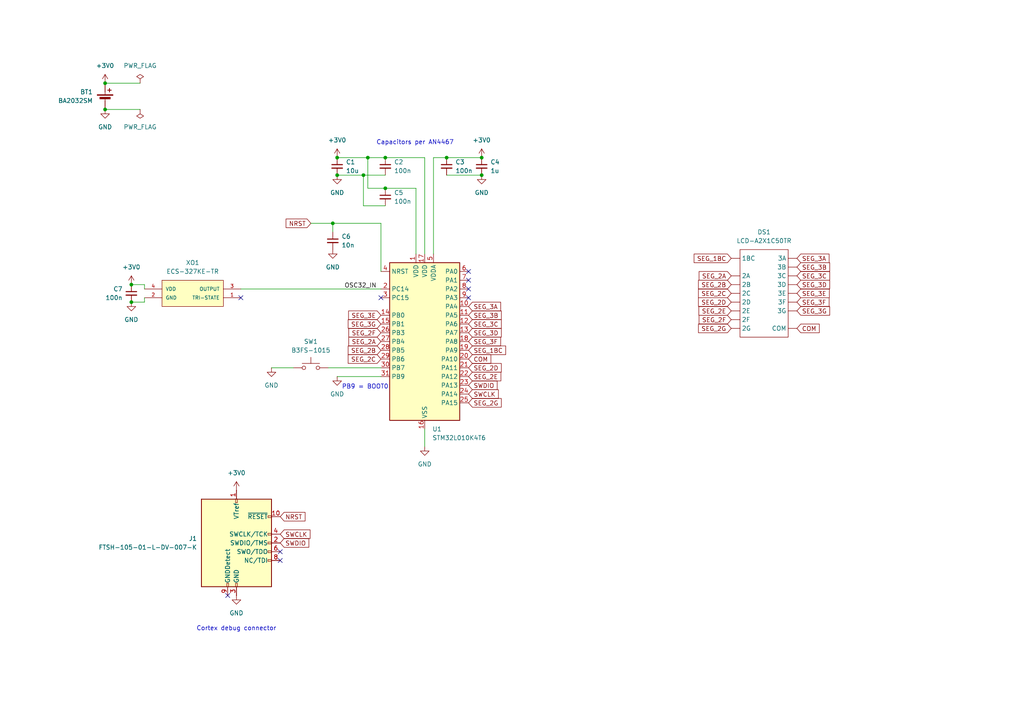
<source format=kicad_sch>
(kicad_sch (version 20231120) (generator "eeschema") (generator_version "8.0")
  (paper "A4")
  (title_block (title "Mini counter") (rev "A") (company "Max Marrone"))
  (lib_symbols
    (symbol "Connector:Conn_ARM_JTAG_SWD_10" (pin_names (offset 1.016))
      (property "Reference" "J1" (at -11.43 1.2701 0))
      (property "Value" "FTSH-105-01-L-DV-007-K" (at -11.43 -1.2699 0))
      (symbol "Conn_ARM_JTAG_SWD_10_0_1"
        (rectangle (start -10.16 12.7) (end 10.16 -12.7) (stroke (width 0.254)) (fill (type background)))
        (rectangle (start -2.794 -12.7) (end -2.286 -11.684))
        (rectangle (start -0.254 -12.7) (end 0.254 -11.684))
        (rectangle (start -0.254 12.7) (end 0.254 11.684))
        (rectangle (start 9.144 2.286) (end 10.16 2.794))
        (rectangle (start 10.16 -2.794) (end 9.144 -2.286))
        (rectangle (start 10.16 -0.254) (end 9.144 0.254))
        (rectangle (start 10.16 7.874) (end 9.144 7.366))
      )
      (symbol "Conn_ARM_JTAG_SWD_10_1_1"
        (rectangle (start 9.144 -5.334) (end 10.16 -4.826))
        (pin power_in line (at 0 15.24 270) (length 2.54) (name "VTref") (number "1"))
        (pin open_collector line (at 12.7 7.62 180) (length 2.54) (name "~{RESET}") (number "10"))
        (pin bidirectional line (at 12.7 0 180) (length 2.54) (name "SWDIO/TMS") (number "2"))
        (pin power_in line (at 0 -15.24 90) (length 2.54) (name "GND") (number "3"))
        (pin output line (at 12.7 2.54 180) (length 2.54) (name "SWCLK/TCK") (number "4"))
        (pin passive line (at 0 -15.24 90) (length 2.54) hide (name "GND") (number "5"))
        (pin input line (at 12.7 -2.54 180) (length 2.54) (name "SWO/TDO") (number "6"))
        (pin output line (at 12.7 -5.08 180) (length 2.54) (name "NC/TDI") (number "8"))
        (pin passive line (at -2.54 -15.24 90) (length 2.54) (name "GNDDetect") (number "9"))
      )
    )
    (symbol "Device:Battery_Cell" (pin_numbers hide) (pin_names (offset 0) hide)
      (property "Reference" "BT" (at 2.54 2.54 0))
      (property "Value" "Battery_Cell" (at 2.54 0 0))
      (symbol "Battery_Cell_0_1"
        (rectangle (start -2.286 1.778) (end 2.286 1.524) (fill (type outline)))
        (rectangle (start -1.524 1.016) (end 1.524 0.508) (fill (type outline)))
        (polyline (pts (xy 0 0.762) (xy 0 0)))
        (polyline (pts (xy 0 1.778) (xy 0 2.54)))
        (polyline (pts (xy 0.762 3.048) (xy 1.778 3.048)) (stroke (width 0.254)))
        (polyline (pts (xy 1.27 3.556) (xy 1.27 2.54)) (stroke (width 0.254)))
      )
      (symbol "Battery_Cell_1_1"
        (pin passive line (at 0 5.08 270) (length 2.54) (name "+") (number "1"))
        (pin passive line (at 0 -2.54 90) (length 2.54) (name "-") (number "2"))
      )
    )
    (symbol "Device:C_Small" (pin_numbers hide) (pin_names (offset 0.254) hide)
      (property "Reference" "C" (at 0.254 1.778 0))
      (property "Value" "C_Small" (at 0.254 -2.032 0))
      (symbol "C_Small_0_1"
        (polyline (pts (xy -1.524 -0.508) (xy 1.524 -0.508)) (stroke (width 0.3302)))
        (polyline (pts (xy -1.524 0.508) (xy 1.524 0.508)) (stroke (width 0.3048)))
      )
      (symbol "C_Small_1_1"
        (pin passive line (at 0 2.54 270) (length 2.032) (name "~") (number "1"))
        (pin passive line (at 0 -2.54 90) (length 2.032) (name "~") (number "2"))
      )
    )
    (symbol "ECS-327KE-TR:ECS-327KE-TR" (pin_names (offset 1.016))
      (property "Reference" "XO" (at -15.257 4.4542 0))
      (property "Value" "ECS-327KE-TR" (at -15.24 -6.604 0))
      (symbol "ECS-327KE-TR_0_0"
        (rectangle (start -8.89 3.81) (end 8.89 -3.81) (stroke (width 0.1524)) (fill (type background)))
        (pin input line (at 13.97 -1.27 180) (length 5.08) (name "TRI-STATE") (number "1"))
        (pin power_in line (at -13.97 -1.27 0) (length 5.08) (name "GND") (number "2"))
        (pin output line (at 13.97 1.27 180) (length 5.08) (name "OUTPUT") (number "3"))
        (pin input line (at -13.97 1.27 0) (length 5.08) (name "VDD") (number "4"))
      )
    )
    (symbol "MCU_ST_STM32L0:STM32L010K4Tx"
      (property "Reference" "U" (at -10.16 24.13 0))
      (property "Value" "STM32L010K4Tx" (at 5.08 24.13 0))
      (symbol "STM32L010K4Tx_0_1"
        (rectangle (start -10.16 -22.86) (end 10.16 22.86) (stroke (width 0.254)) (fill (type background)))
      )
      (symbol "STM32L010K4Tx_1_1"
        (pin power_in line (at -2.54 25.4 270) (length 2.54) (name "VDD") (number "1"))
        (pin bidirectional line (at 12.7 10.16 180) (length 2.54) (name "PA4") (number "10"))
        (pin bidirectional line (at 12.7 7.62 180) (length 2.54) (name "PA5") (number "11"))
        (pin bidirectional line (at 12.7 5.08 180) (length 2.54) (name "PA6") (number "12"))
        (pin bidirectional line (at 12.7 2.54 180) (length 2.54) (name "PA7") (number "13"))
        (pin bidirectional line (at -12.7 7.62 0) (length 2.54) (name "PB0") (number "14"))
        (pin bidirectional line (at -12.7 5.08 0) (length 2.54) (name "PB1") (number "15"))
        (pin power_in line (at 0 -25.4 90) (length 2.54) (name "VSS") (number "16"))
        (pin power_in line (at 0 25.4 270) (length 2.54) (name "VDD") (number "17"))
        (pin bidirectional line (at 12.7 0 180) (length 2.54) (name "PA8") (number "18"))
        (pin bidirectional line (at 12.7 -2.54 180) (length 2.54) (name "PA9") (number "19"))
        (pin bidirectional line (at -12.7 15.24 0) (length 2.54) (name "PC14") (number "2"))
        (pin bidirectional line (at 12.7 -5.08 180) (length 2.54) (name "PA10") (number "20"))
        (pin bidirectional line (at 12.7 -7.62 180) (length 2.54) (name "PA11") (number "21"))
        (pin bidirectional line (at 12.7 -10.16 180) (length 2.54) (name "PA12") (number "22"))
        (pin bidirectional line (at 12.7 -12.7 180) (length 2.54) (name "PA13") (number "23"))
        (pin bidirectional line (at 12.7 -15.24 180) (length 2.54) (name "PA14") (number "24"))
        (pin bidirectional line (at 12.7 -17.78 180) (length 2.54) (name "PA15") (number "25"))
        (pin bidirectional line (at -12.7 2.54 0) (length 2.54) (name "PB3") (number "26"))
        (pin bidirectional line (at -12.7 0 0) (length 2.54) (name "PB4") (number "27"))
        (pin bidirectional line (at -12.7 -2.54 0) (length 2.54) (name "PB5") (number "28"))
        (pin bidirectional line (at -12.7 -5.08 0) (length 2.54) (name "PB6") (number "29"))
        (pin bidirectional line (at -12.7 12.7 0) (length 2.54) (name "PC15") (number "3"))
        (pin bidirectional line (at -12.7 -7.62 0) (length 2.54) (name "PB7") (number "30"))
        (pin bidirectional line (at -12.7 -10.16 0) (length 2.54) (name "PB9") (number "31"))
        (pin passive line (at 0 -25.4 90) (length 2.54) hide (name "VSS") (number "32"))
        (pin input line (at -12.7 20.32 0) (length 2.54) (name "NRST") (number "4"))
        (pin power_in line (at 2.54 25.4 270) (length 2.54) (name "VDDA") (number "5"))
        (pin bidirectional line (at 12.7 20.32 180) (length 2.54) (name "PA0") (number "6"))
        (pin bidirectional line (at 12.7 17.78 180) (length 2.54) (name "PA1") (number "7"))
        (pin bidirectional line (at 12.7 15.24 180) (length 2.54) (name "PA2") (number "8"))
        (pin bidirectional line (at 12.7 12.7 180) (length 2.54) (name "PA3") (number "9"))
      )
    )
    (symbol "Switch:SW_Omron_B3FS" (pin_numbers hide) (pin_names (offset 1.016) hide)
      (property "Reference" "SW" (at 1.27 2.54 0))
      (property "Value" "SW_Omron_B3FS" (at 0 -1.524 0))
      (symbol "SW_Omron_B3FS_0_1"
        (circle (center -2.032 0) (radius 0.508))
        (polyline (pts (xy 0 1.27) (xy 0 3.048)))
        (polyline (pts (xy 2.54 1.27) (xy -2.54 1.27)))
        (circle (center 2.032 0) (radius 0.508))
        (pin passive line (at -5.08 0 0) (length 2.54) (name "1") (number "1"))
        (pin passive line (at 5.08 0 180) (length 2.54) (name "2") (number "2"))
      )
    )
    (symbol "VI-201-DP-RC-S:LCD-A2X1C50TR" (pin_numbers hide)
      (property "Reference" "DS" (at 19.558 15.24 0))
      (property "Value" "LCD-A2X1C50TR" (at 19.558 12.192 0))
      (symbol "LCD-A2X1C50TR_0_1"
        (rectangle (start 12.7 10.16) (end 26.67 -15.24))
      )
      (symbol "LCD-A2X1C50TR_1_1"
        (pin input line (at 10.16 7.62 0) (length 2.54) (name "1BC") (number "1"))
        (pin input line (at 10.16 0 0) (length 2.54) (name "2B") (number "10"))
        (pin input line (at 10.16 2.54 0) (length 2.54) (name "2A") (number "11"))
        (pin input line (at 10.16 -10.16 0) (length 2.54) (name "2F") (number "12"))
        (pin input line (at 10.16 -12.7 0) (length 2.54) (name "2G") (number "13"))
        (pin input line (at 10.16 -7.62 0) (length 2.54) (name "2E") (number "14"))
        (pin input line (at 10.16 -5.08 0) (length 2.54) (name "2D") (number "15"))
        (pin input line (at 29.21 -12.7 180) (length 2.54) (name "COM") (number "16"))
        (pin input line (at 29.21 -5.08 180) (length 2.54) (name "3F") (number "2"))
        (pin input line (at 29.21 -7.62 180) (length 2.54) (name "3G") (number "3"))
        (pin input line (at 29.21 -2.54 180) (length 2.54) (name "3E") (number "4"))
        (pin input line (at 29.21 0 180) (length 2.54) (name "3D") (number "5"))
        (pin input line (at 29.21 2.54 180) (length 2.54) (name "3C") (number "6"))
        (pin input line (at 29.21 5.08 180) (length 2.54) (name "3B") (number "7"))
        (pin input line (at 29.21 7.62 180) (length 2.54) (name "3A") (number "8"))
        (pin input line (at 10.16 -2.54 0) (length 2.54) (name "2C") (number "9"))
      )
    )
    (symbol "power:+3V0" (power) (pin_numbers hide) (pin_names (offset 0) hide)
      (property "Value" "+3V0" (at 0 3.556 0))
      (symbol "+3V0_0_1"
        (polyline (pts (xy -0.762 1.27) (xy 0 2.54)))
        (polyline (pts (xy 0 0) (xy 0 2.54)))
        (polyline (pts (xy 0 2.54) (xy 0.762 1.27)))
      )
      (symbol "+3V0_1_1"
        (pin power_in line (at 0 0 90) (length 0) (name "~") (number "1"))
      )
    )
    (symbol "power:GND" (power) (pin_numbers hide) (pin_names (offset 0) hide)
      (property "Value" "GND" (at 0 -3.81 0))
      (symbol "GND_0_1"
        (polyline (pts (xy 0 0) (xy 0 -1.27) (xy 1.27 -1.27) (xy 0 -2.54) (xy -1.27 -1.27) (xy 0 -1.27)))
      )
      (symbol "GND_1_1"
        (pin power_in line (at 0 0 270) (length 0) (name "~") (number "1"))
      )
    )
    (symbol "power:PWR_FLAG" (power) (pin_numbers hide) (pin_names (offset 0) hide)
      (property "Value" "PWR_FLAG" (at 0 3.81 0))
      (symbol "PWR_FLAG_0_0"
        (pin power_out line (at 0 0 90) (length 0) (name "~") (number "1"))
      )
      (symbol "PWR_FLAG_0_1"
        (polyline (pts (xy 0 0) (xy 0 1.27) (xy -1.016 1.905) (xy 0 2.54) (xy 1.016 1.905) (xy 0 1.27)))
      )
    )
  )
  (junction (at 97.79 50.8))
  (junction (at 38.1 87.63))
  (junction (at 139.7 50.8))
  (junction (at 96.52 64.77))
  (junction (at 105.41 50.8))
  (junction (at 30.48 31.75))
  (junction (at 111.76 54.61))
  (junction (at 139.7 45.72))
  (junction (at 97.79 45.72))
  (junction (at 106.68 45.72))
  (junction (at 38.1 82.55))
  (junction (at 30.48 24.13))
  (junction (at 129.54 45.72))
  (junction (at 111.76 45.72))
  (no_connect (at 81.28 162.56))
  (no_connect (at 135.89 83.82))
  (no_connect (at 110.49 86.36))
  (no_connect (at 81.28 160.02))
  (no_connect (at 135.89 81.28))
  (no_connect (at 135.89 78.74))
  (no_connect (at 66.04 172.72))
  (no_connect (at 69.85 86.36))
  (no_connect (at 135.89 86.36))
  (wire (pts (xy 110.49 64.77) (xy 110.49 78.74)))
  (wire (pts (xy 129.54 50.8) (xy 139.7 50.8)))
  (wire (pts (xy 120.65 54.61) (xy 120.65 73.66)))
  (wire (pts (xy 69.85 83.82) (xy 110.49 83.82)))
  (wire (pts (xy 110.49 106.68) (xy 95.25 106.68)))
  (wire (pts (xy 129.54 45.72) (xy 139.7 45.72)))
  (wire (pts (xy 106.68 54.61) (xy 106.68 45.72)))
  (wire (pts (xy 123.19 45.72) (xy 123.19 73.66)))
  (wire (pts (xy 97.79 45.72) (xy 106.68 45.72)))
  (wire (pts (xy 111.76 45.72) (xy 123.19 45.72)))
  (wire (pts (xy 125.73 45.72) (xy 129.54 45.72)))
  (wire (pts (xy 41.91 87.63) (xy 41.91 86.36)))
  (wire (pts (xy 105.41 59.69) (xy 105.41 50.8)))
  (wire (pts (xy 125.73 45.72) (xy 125.73 73.66)))
  (wire (pts (xy 111.76 59.69) (xy 105.41 59.69)))
  (wire (pts (xy 38.1 82.55) (xy 41.91 82.55)))
  (wire (pts (xy 123.19 124.46) (xy 123.19 129.54)))
  (wire (pts (xy 90.17 64.77) (xy 96.52 64.77)))
  (wire (pts (xy 111.76 54.61) (xy 106.68 54.61)))
  (wire (pts (xy 111.76 54.61) (xy 120.65 54.61)))
  (wire (pts (xy 97.79 50.8) (xy 105.41 50.8)))
  (wire (pts (xy 30.48 31.75) (xy 40.64 31.75)))
  (wire (pts (xy 105.41 50.8) (xy 111.76 50.8)))
  (wire (pts (xy 97.79 109.22) (xy 110.49 109.22)))
  (wire (pts (xy 41.91 82.55) (xy 41.91 83.82)))
  (wire (pts (xy 30.48 24.13) (xy 40.64 24.13)))
  (wire (pts (xy 85.09 106.68) (xy 78.74 106.68)))
  (wire (pts (xy 96.52 64.77) (xy 110.49 64.77)))
  (wire (pts (xy 96.52 67.31) (xy 96.52 64.77)))
  (wire (pts (xy 38.1 87.63) (xy 41.91 87.63)))
  (wire (pts (xy 106.68 45.72) (xy 111.76 45.72)))
  (text "PB9 = BOOT0" (at 105.918 112.268 0) (effects (font (size 1.27 1.27))))
  (text "Capacitors per AN4467" (at 120.396 41.402 0) (effects (font (size 1.27 1.27))))
  (text "Cortex debug connector" (at 68.58 182.372 0) (effects (font (size 1.27 1.27))))
  (label "OSC32_IN" (at 109.22 83.82 180))
  (global_label "SEG_2A" (shape input) (at 110.49 99.06 180) (property "Intersheetrefs" "${INTERSHEET_REFS}" (effects (hide yes))))
  (global_label "NRST" (shape input) (at 90.17 64.77 180) (property "Intersheetrefs" "${INTERSHEET_REFS}" (effects (hide yes))))
  (global_label "SEG_2B" (shape input) (at 212.09 82.55 180) (property "Intersheetrefs" "${INTERSHEET_REFS}" (effects (hide yes))))
  (global_label "SEG_2F" (shape input) (at 110.49 96.52 180) (property "Intersheetrefs" "${INTERSHEET_REFS}" (effects (hide yes))))
  (global_label "SEG_3G" (shape input) (at 231.14 90.17 0) (property "Intersheetrefs" "${INTERSHEET_REFS}" (effects (hide yes))))
  (global_label "SEG_3C" (shape input) (at 231.14 80.01 0) (property "Intersheetrefs" "${INTERSHEET_REFS}" (effects (hide yes))))
  (global_label "SEG_2E" (shape input) (at 212.09 90.17 180) (property "Intersheetrefs" "${INTERSHEET_REFS}" (effects (hide yes))))
  (global_label "SWDIO" (shape input) (at 81.28 157.48 0) (property "Intersheetrefs" "${INTERSHEET_REFS}" (effects (hide yes))))
  (global_label "SEG_3D" (shape input) (at 135.89 96.52 0) (property "Intersheetrefs" "${INTERSHEET_REFS}" (effects (hide yes))))
  (global_label "SWDIO" (shape input) (at 135.89 111.76 0) (property "Intersheetrefs" "${INTERSHEET_REFS}" (effects (hide yes))))
  (global_label "SEG_3F" (shape input) (at 231.14 87.63 0) (property "Intersheetrefs" "${INTERSHEET_REFS}" (effects (hide yes))))
  (global_label "SEG_2D" (shape input) (at 135.89 106.68 0) (property "Intersheetrefs" "${INTERSHEET_REFS}" (effects (hide yes))))
  (global_label "SEG_2C" (shape input) (at 212.09 85.09 180) (property "Intersheetrefs" "${INTERSHEET_REFS}" (effects (hide yes))))
  (global_label "SEG_1BC" (shape input) (at 135.89 101.6 0) (property "Intersheetrefs" "${INTERSHEET_REFS}" (effects (hide yes))))
  (global_label "SEG_2A" (shape input) (at 212.09 80.01 180) (property "Intersheetrefs" "${INTERSHEET_REFS}" (effects (hide yes))))
  (global_label "SWCLK" (shape input) (at 135.89 114.3 0) (property "Intersheetrefs" "${INTERSHEET_REFS}" (effects (hide yes))))
  (global_label "SEG_2E" (shape input) (at 135.89 109.22 0) (property "Intersheetrefs" "${INTERSHEET_REFS}" (effects (hide yes))))
  (global_label "SEG_2C" (shape input) (at 110.49 104.14 180) (property "Intersheetrefs" "${INTERSHEET_REFS}" (effects (hide yes))))
  (global_label "SEG_3D" (shape input) (at 231.14 82.55 0) (property "Intersheetrefs" "${INTERSHEET_REFS}" (effects (hide yes))))
  (global_label "SEG_3F" (shape input) (at 135.89 99.06 0) (property "Intersheetrefs" "${INTERSHEET_REFS}" (effects (hide yes))))
  (global_label "SEG_2G" (shape input) (at 212.09 95.25 180) (property "Intersheetrefs" "${INTERSHEET_REFS}" (effects (hide yes))))
  (global_label "SEG_2G" (shape input) (at 135.89 116.84 0) (property "Intersheetrefs" "${INTERSHEET_REFS}" (effects (hide yes))))
  (global_label "COM" (shape input) (at 231.14 95.25 0) (property "Intersheetrefs" "${INTERSHEET_REFS}" (effects (hide yes))))
  (global_label "SEG_3E" (shape input) (at 231.14 85.09 0) (property "Intersheetrefs" "${INTERSHEET_REFS}" (effects (hide yes))))
  (global_label "SEG_3B" (shape input) (at 135.89 91.44 0) (property "Intersheetrefs" "${INTERSHEET_REFS}" (effects (hide yes))))
  (global_label "SEG_3G" (shape input) (at 110.49 93.98 180) (property "Intersheetrefs" "${INTERSHEET_REFS}" (effects (hide yes))))
  (global_label "SEG_2D" (shape input) (at 212.09 87.63 180) (property "Intersheetrefs" "${INTERSHEET_REFS}" (effects (hide yes))))
  (global_label "COM" (shape input) (at 135.89 104.14 0) (property "Intersheetrefs" "${INTERSHEET_REFS}" (effects (hide yes))))
  (global_label "SEG_2B" (shape input) (at 110.49 101.6 180) (property "Intersheetrefs" "${INTERSHEET_REFS}" (effects (hide yes))))
  (global_label "SEG_3C" (shape input) (at 135.89 93.98 0) (property "Intersheetrefs" "${INTERSHEET_REFS}" (effects (hide yes))))
  (global_label "SWCLK" (shape input) (at 81.28 154.94 0) (property "Intersheetrefs" "${INTERSHEET_REFS}" (effects (hide yes))))
  (global_label "SEG_3A" (shape input) (at 135.89 88.9 0) (property "Intersheetrefs" "${INTERSHEET_REFS}" (effects (hide yes))))
  (global_label "SEG_3A" (shape input) (at 231.14 74.93 0) (property "Intersheetrefs" "${INTERSHEET_REFS}" (effects (hide yes))))
  (global_label "SEG_1BC" (shape input) (at 212.09 74.93 180) (property "Intersheetrefs" "${INTERSHEET_REFS}" (effects (hide yes))))
  (global_label "SEG_2F" (shape input) (at 212.09 92.71 180) (property "Intersheetrefs" "${INTERSHEET_REFS}" (effects (hide yes))))
  (global_label "SEG_3B" (shape input) (at 231.14 77.47 0) (property "Intersheetrefs" "${INTERSHEET_REFS}" (effects (hide yes))))
  (global_label "NRST" (shape input) (at 81.28 149.86 0) (property "Intersheetrefs" "${INTERSHEET_REFS}" (effects (hide yes))))
  (global_label "SEG_3E" (shape input) (at 110.49 91.44 180) (property "Intersheetrefs" "${INTERSHEET_REFS}" (effects (hide yes))))
  (symbol (lib_id "power:GND") (at 68.58 172.72 0) (unit 1)
    (property "Reference" "#PWR014" (effects (hide yes)))
    (property "Value" "GND" (at 68.58 177.8 0))
    (property "Description" "Power symbol creates a global label with name \"GND\" , ground" (effects (hide yes)))
  )
  (symbol (lib_id "MCU_ST_STM32L0:STM32L010K4Tx") (at 123.19 99.06 0) (unit 1)
    (property "Reference" "U1" (at 125.3841 124.46 0) (effects (justify left)))
    (property "Value" "STM32L010K4T6" (at 125.3841 127 0) (effects (justify left)))
    (property "Footprint" "Package_QFP:LQFP-32_7x7mm_P0.8mm" (effects (hide yes)))
    (property "Datasheet" "https://www.st.com/resource/en/datasheet/stm32l010k4.pdf" (effects (hide yes)))
    (property "Description" "STMicroelectronics Arm Cortex-M0+ MCU, 16KB flash, 2KB RAM, 32 MHz, 1.8-3.6V, 26 GPIO, LQFP32" (effects (hide yes)))
    (property "MPN" "STM32L010K4T6" (effects (hide yes)))
  )
  (symbol (lib_id "Device:Battery_Cell") (at 30.48 29.21 0) (unit 1)
    (property "Reference" "BT1" (at 26.924 26.67 0) (effects (justify right)))
    (property "Value" "BA2032SM" (at 26.924 29.21 0) (effects (justify right)))
    (property "Footprint" "BU2032-1-G:BA2032SM" (effects (hide yes)))
    (property "Description" "Single-cell battery" (effects (hide yes)))
    (property "MPN" "BA2032SM" (effects (hide yes)))
  )
  (symbol (lib_id "VI-201-DP-RC-S:LCD-A2X1C50TR") (at 201.93 82.55 0) (unit 1)
    (property "Reference" "DS1" (at 221.615 67.31 0))
    (property "Value" "LCD-A2X1C50TR" (at 221.615 69.85 0))
    (property "Footprint" "VI-201-DP-RC-S:LCD-A2X1C50TR" (effects (hide yes)))
    (property "MPN" "LCD-A2X1C50TR" (effects (hide yes)))
  )
  (symbol (lib_id "Device:C_Small") (at 97.79 48.26 0) (unit 1)
    (property "Reference" "C1" (at 100.33 46.9962 0) (effects (justify left)))
    (property "Value" "10u" (at 100.33 49.5362 0) (effects (justify left)))
    (property "Footprint" "Capacitor_SMD:C_0805_2012Metric_Pad1.18x1.45mm_HandSolder" (effects (hide yes)))
    (property "Description" "Unpolarized capacitor, small symbol" (effects (hide yes)))
    (property "MPN" "C0805C106K8PAC7800" (effects (hide yes)))
  )
  (symbol (lib_id "power:PWR_FLAG") (at 40.64 24.13 0) (unit 1)
    (property "Reference" "#FLG01" (effects (hide yes)))
    (property "Value" "PWR_FLAG" (at 40.64 19.05 0))
    (property "Description" "Special symbol for telling ERC where power comes from" (effects (hide yes)))
  )
  (symbol (lib_id "Device:C_Small") (at 111.76 57.15 0) (unit 1)
    (property "Reference" "C5" (at 114.3 55.8862 0) (effects (justify left)))
    (property "Value" "100n" (at 114.3 58.4262 0) (effects (justify left)))
    (property "Footprint" "Capacitor_SMD:C_0805_2012Metric_Pad1.18x1.45mm_HandSolder" (effects (hide yes)))
    (property "Description" "Unpolarized capacitor, small symbol" (effects (hide yes)))
    (property "MPN" "C0805C104K5RAC7210" (effects (hide yes)))
  )
  (symbol (lib_id "power:GND") (at 96.52 72.39 0) (unit 1)
    (property "Reference" "#PWR07" (effects (hide yes)))
    (property "Value" "GND" (at 96.52 77.47 0))
    (property "Description" "Power symbol creates a global label with name \"GND\" , ground" (effects (hide yes)))
  )
  (symbol (lib_id "Device:C_Small") (at 38.1 85.09 0) (unit 1)
    (property "Reference" "C7" (at 35.56 83.8262 0) (effects (justify right)))
    (property "Value" "100n" (at 35.56 86.3662 0) (effects (justify right)))
    (property "Footprint" "Capacitor_SMD:C_0805_2012Metric_Pad1.18x1.45mm_HandSolder" (effects (hide yes)))
    (property "Description" "Unpolarized capacitor, small symbol" (effects (hide yes)))
    (property "MPN" "C0805C104K5RAC7210" (effects (hide yes)))
  )
  (symbol (lib_id "power:GND") (at 97.79 109.22 0) (unit 1)
    (property "Reference" "#PWR011" (effects (hide yes)))
    (property "Value" "GND" (at 97.79 114.3 0))
    (property "Description" "Power symbol creates a global label with name \"GND\" , ground" (effects (hide yes)))
  )
  (symbol (lib_id "Device:C_Small") (at 129.54 48.26 0) (unit 1)
    (property "Reference" "C3" (at 132.08 46.9962 0) (effects (justify left)))
    (property "Value" "100n" (at 132.08 49.5362 0) (effects (justify left)))
    (property "Footprint" "Capacitor_SMD:C_0805_2012Metric_Pad1.18x1.45mm_HandSolder" (effects (hide yes)))
    (property "Description" "Unpolarized capacitor, small symbol" (effects (hide yes)))
    (property "MPN" "C0805C104K5RAC7210" (effects (hide yes)))
  )
  (symbol (lib_id "Device:C_Small") (at 139.7 48.26 0) (unit 1)
    (property "Reference" "C4" (at 142.24 46.9962 0) (effects (justify left)))
    (property "Value" "1u" (at 142.24 49.5362 0) (effects (justify left)))
    (property "Footprint" "Capacitor_SMD:C_0805_2012Metric_Pad1.18x1.45mm_HandSolder" (effects (hide yes)))
    (property "Description" "Unpolarized capacitor, small symbol" (effects (hide yes)))
    (property "MPN" "C0805C105K4RAC7800" (effects (hide yes)))
  )
  (symbol (lib_id "power:+3V0") (at 30.48 24.13 0) (unit 1)
    (property "Reference" "#PWR01" (effects (hide yes)))
    (property "Value" "+3V0" (at 30.48 19.05 0))
    (property "Description" "Power symbol creates a global label with name \"+3V0\"" (effects (hide yes)))
  )
  (symbol (lib_id "power:+3V0") (at 97.79 45.72 0) (unit 1)
    (property "Reference" "#PWR03" (effects (hide yes)))
    (property "Value" "+3V0" (at 97.79 40.64 0))
    (property "Description" "Power symbol creates a global label with name \"+3V0\"" (effects (hide yes)))
  )
  (symbol (lib_id "power:+3V0") (at 68.58 142.24 0) (unit 1)
    (property "Reference" "#PWR013" (effects (hide yes)))
    (property "Value" "+3V0" (at 68.58 137.16 0))
    (property "Description" "Power symbol creates a global label with name \"+3V0\"" (effects (hide yes)))
  )
  (symbol (lib_id "power:GND") (at 38.1 87.63 0) (unit 1)
    (property "Reference" "#PWR09" (effects (hide yes)))
    (property "Value" "GND" (at 38.1 92.71 0))
    (property "Description" "Power symbol creates a global label with name \"GND\" , ground" (effects (hide yes)))
  )
  (symbol (lib_id "power:+3V0") (at 38.1 82.55 0) (unit 1)
    (property "Reference" "#PWR08" (effects (hide yes)))
    (property "Value" "+3V0" (at 38.1 77.47 0))
    (property "Description" "Power symbol creates a global label with name \"+3V0\"" (effects (hide yes)))
  )
  (symbol (lib_id "power:GND") (at 97.79 50.8 0) (unit 1)
    (property "Reference" "#PWR05" (effects (hide yes)))
    (property "Value" "GND" (at 97.79 55.88 0))
    (property "Description" "Power symbol creates a global label with name \"GND\" , ground" (effects (hide yes)))
  )
  (symbol (lib_id "Device:C_Small") (at 96.52 69.85 0) (unit 1)
    (property "Reference" "C6" (at 99.06 68.5862 0) (effects (justify left)))
    (property "Value" "10n" (at 99.06 71.1262 0) (effects (justify left)))
    (property "Footprint" "Capacitor_SMD:C_0805_2012Metric_Pad1.18x1.45mm_HandSolder" (effects (hide yes)))
    (property "Description" "Unpolarized capacitor, small symbol" (effects (hide yes)))
    (property "MPN" "C0805C103K1RAC7800" (effects (hide yes)))
  )
  (symbol (lib_id "power:+3V0") (at 139.7 45.72 0) (unit 1)
    (property "Reference" "#PWR04" (effects (hide yes)))
    (property "Value" "+3V0" (at 139.7 40.64 0))
    (property "Description" "Power symbol creates a global label with name \"+3V0\"" (effects (hide yes)))
  )
  (symbol (lib_id "power:GND") (at 123.19 129.54 0) (unit 1)
    (property "Reference" "#PWR012" (effects (hide yes)))
    (property "Value" "GND" (at 123.19 134.62 0))
    (property "Description" "Power symbol creates a global label with name \"GND\" , ground" (effects (hide yes)))
  )
  (symbol (lib_id "ECS-327KE-TR:ECS-327KE-TR") (at 55.88 85.09 0) (unit 1)
    (property "Reference" "XO1" (at 55.88 76.2 0))
    (property "Value" "ECS-327KE-TR" (at 55.88 78.74 0))
    (property "Footprint" "ECS-327KE:OSC_ECS-327KE-TR_HandSolder" (effects (hide yes)))
    (property "STANDARD" "MANUFACTURER RECOMMENDATIONS" (effects (hide yes)))
    (property "MANUFACTURER" "ECS INC" (effects (hide yes)))
    (property "MPN" "ECS-327KE-TR" (effects (hide yes)))
  )
  (symbol (lib_id "power:PWR_FLAG") (at 40.64 31.75 180) (unit 1)
    (property "Reference" "#FLG02" (effects (hide yes)))
    (property "Value" "PWR_FLAG" (at 40.64 36.83 0))
    (property "Description" "Special symbol for telling ERC where power comes from" (effects (hide yes)))
  )
  (symbol (lib_id "Device:C_Small") (at 111.76 48.26 0) (unit 1)
    (property "Reference" "C2" (at 114.3 46.9962 0) (effects (justify left)))
    (property "Value" "100n" (at 114.3 49.5362 0) (effects (justify left)))
    (property "Footprint" "Capacitor_SMD:C_0805_2012Metric_Pad1.18x1.45mm_HandSolder" (effects (hide yes)))
    (property "Description" "Unpolarized capacitor, small symbol" (effects (hide yes)))
    (property "MPN" "C0805C104K5RAC7210" (effects (hide yes)))
  )
  (symbol (lib_id "power:GND") (at 30.48 31.75 0) (unit 1)
    (property "Reference" "#PWR02" (effects (hide yes)))
    (property "Value" "GND" (at 30.48 36.83 0))
    (property "Description" "Power symbol creates a global label with name \"GND\" , ground" (effects (hide yes)))
  )
  (symbol (lib_id "Switch:SW_Omron_B3FS") (at 90.17 106.68 0) (mirror y) (unit 1)
    (property "Reference" "SW1" (at 90.17 99.06 0))
    (property "Value" "B3FS-1015" (at 90.17 101.6 0))
    (property "Footprint" "Button_Switch_SMD:SW_SPST_Omron_B3FS-101xP" (effects (hide yes)))
    (property "Datasheet" "https://omronfs.omron.com/en_US/ecb/products/pdf/en-b3fs.pdf" (effects (hide yes)))
    (property "Description" "Omron B3FS 6x6mm single pole normally-open tactile switch" (effects (hide yes)))
    (property "MPN" "B3FS-1015" (effects (hide yes)))
  )
  (symbol (lib_id "power:GND") (at 78.74 106.68 0) (mirror y) (unit 1)
    (property "Reference" "#PWR010" (effects (hide yes)))
    (property "Value" "GND" (at 78.74 111.76 0))
    (property "Description" "Power symbol creates a global label with name \"GND\" , ground" (effects (hide yes)))
  )
  (symbol (lib_id "power:GND") (at 139.7 50.8 0) (unit 1)
    (property "Reference" "#PWR06" (effects (hide yes)))
    (property "Value" "GND" (at 139.7 55.88 0))
    (property "Description" "Power symbol creates a global label with name \"GND\" , ground" (effects (hide yes)))
  )
  (symbol (lib_id "Connector:Conn_ARM_JTAG_SWD_10") (at 68.58 157.48 0) (unit 1)
    (property "Reference" "J1" (at 57.15 156.2099 0) (effects (justify right)))
    (property "Value" "FTSH-105-01-L-DV-007-K" (at 57.15 158.7499 0) (effects (justify right)))
    (property "Footprint" "SAMTEC_FTSH-105-X-X-DV-007-P-X:SAMTEC_FTSH-105-X-X-DV-007-P-X" (effects (hide yes)))
    (property "Datasheet" "http://infocenter.arm.com/help/topic/com.arm.doc.ddi0314h/DDI0314H_coresight_components_trm.pdf" (effects (hide yes)))
    (property "Description" "Cortex Debug Connector, standard ARM Cortex-M SWD and JTAG interface" (effects (hide yes)))
    (property "MPN" "FTSH-105-01-L-DV-007-K" (effects (hide yes)))
  )
)
</source>
